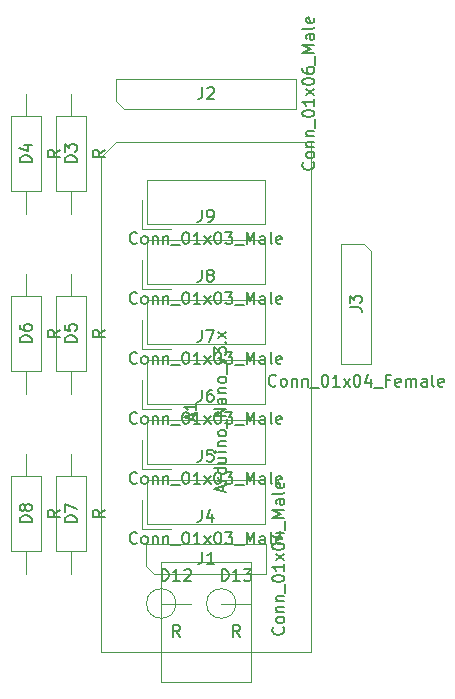
<source format=gbr>
G04 #@! TF.GenerationSoftware,KiCad,Pcbnew,(5.0.0-3-g5ebb6b6)*
G04 #@! TF.CreationDate,2019-02-02T18:47:35+01:00*
G04 #@! TF.ProjectId,tt_nano_HAT,74745F6E616E6F5F4841542E6B696361,rev?*
G04 #@! TF.SameCoordinates,Original*
G04 #@! TF.FileFunction,Other,Fab,Top*
%FSLAX46Y46*%
G04 Gerber Fmt 4.6, Leading zero omitted, Abs format (unit mm)*
G04 Created by KiCad (PCBNEW (5.0.0-3-g5ebb6b6)) date Saturday, 02. February 2019 um 18:47:35*
%MOMM*%
%LPD*%
G01*
G04 APERTURE LIST*
%ADD10C,0.100000*%
%ADD11C,0.150000*%
G04 APERTURE END LIST*
D10*
G04 #@! TO.C,A1*
X166340000Y-85365001D02*
X173960000Y-85365001D01*
X173960000Y-85365001D02*
X173960000Y-95525001D01*
X173960000Y-95525001D02*
X166340000Y-95525001D01*
X166340000Y-95525001D02*
X166340000Y-85365001D01*
X179040000Y-92985001D02*
X161260000Y-92985001D01*
X161260000Y-92985001D02*
X161260000Y-51075001D01*
X161260000Y-51075001D02*
X162530000Y-49805001D01*
X162530000Y-49805001D02*
X179040000Y-49805001D01*
X179040000Y-49805001D02*
X179040000Y-92985001D01*
G04 #@! TO.C,D4*
X154940000Y-45720000D02*
X154940000Y-47650000D01*
X154940000Y-55880000D02*
X154940000Y-53950000D01*
X153690000Y-47650000D02*
X153690000Y-53950000D01*
X156190000Y-47650000D02*
X153690000Y-47650000D01*
X156190000Y-53950000D02*
X156190000Y-47650000D01*
X153690000Y-53950000D02*
X156190000Y-53950000D01*
G04 #@! TO.C,J2*
X162560000Y-46355000D02*
X162560000Y-44450000D01*
X162560000Y-44450000D02*
X177800000Y-44450000D01*
X177800000Y-44450000D02*
X177800000Y-46990000D01*
X177800000Y-46990000D02*
X163195000Y-46990000D01*
X163195000Y-46990000D02*
X162560000Y-46355000D01*
G04 #@! TO.C,J3*
X181610000Y-58420000D02*
X183515000Y-58420000D01*
X183515000Y-58420000D02*
X184150000Y-59055000D01*
X184150000Y-59055000D02*
X184150000Y-68580000D01*
X184150000Y-68580000D02*
X181610000Y-68580000D01*
X181610000Y-68580000D02*
X181610000Y-58420000D01*
G04 #@! TO.C,J4*
X164730000Y-82620000D02*
X167230000Y-82620000D01*
X164730000Y-80120000D02*
X164730000Y-82620000D01*
X175140000Y-78410000D02*
X165140000Y-78410000D01*
X175140000Y-82210000D02*
X175140000Y-78410000D01*
X165140000Y-82210000D02*
X175140000Y-82210000D01*
X165140000Y-78410000D02*
X165140000Y-82210000D01*
G04 #@! TO.C,J5*
X165140000Y-73330000D02*
X165140000Y-77130000D01*
X165140000Y-77130000D02*
X175140000Y-77130000D01*
X175140000Y-77130000D02*
X175140000Y-73330000D01*
X175140000Y-73330000D02*
X165140000Y-73330000D01*
X164730000Y-75040000D02*
X164730000Y-77540000D01*
X164730000Y-77540000D02*
X167230000Y-77540000D01*
G04 #@! TO.C,J6*
X164730000Y-72460000D02*
X167230000Y-72460000D01*
X164730000Y-69960000D02*
X164730000Y-72460000D01*
X175140000Y-68250000D02*
X165140000Y-68250000D01*
X175140000Y-72050000D02*
X175140000Y-68250000D01*
X165140000Y-72050000D02*
X175140000Y-72050000D01*
X165140000Y-68250000D02*
X165140000Y-72050000D01*
G04 #@! TO.C,J7*
X165140000Y-63170000D02*
X165140000Y-66970000D01*
X165140000Y-66970000D02*
X175140000Y-66970000D01*
X175140000Y-66970000D02*
X175140000Y-63170000D01*
X175140000Y-63170000D02*
X165140000Y-63170000D01*
X164730000Y-64880000D02*
X164730000Y-67380000D01*
X164730000Y-67380000D02*
X167230000Y-67380000D01*
G04 #@! TO.C,J8*
X164730000Y-62300000D02*
X167230000Y-62300000D01*
X164730000Y-59800000D02*
X164730000Y-62300000D01*
X175140000Y-58090000D02*
X165140000Y-58090000D01*
X175140000Y-61890000D02*
X175140000Y-58090000D01*
X165140000Y-61890000D02*
X175140000Y-61890000D01*
X165140000Y-58090000D02*
X165140000Y-61890000D01*
G04 #@! TO.C,J9*
X165140000Y-53010000D02*
X165140000Y-56810000D01*
X165140000Y-56810000D02*
X175140000Y-56810000D01*
X175140000Y-56810000D02*
X175140000Y-53010000D01*
X175140000Y-53010000D02*
X165140000Y-53010000D01*
X164730000Y-54720000D02*
X164730000Y-57220000D01*
X164730000Y-57220000D02*
X167230000Y-57220000D01*
G04 #@! TO.C,D3*
X157500000Y-53950000D02*
X160000000Y-53950000D01*
X160000000Y-53950000D02*
X160000000Y-47650000D01*
X160000000Y-47650000D02*
X157500000Y-47650000D01*
X157500000Y-47650000D02*
X157500000Y-53950000D01*
X158750000Y-55880000D02*
X158750000Y-53950000D01*
X158750000Y-45720000D02*
X158750000Y-47650000D01*
G04 #@! TO.C,D5*
X157500000Y-69190000D02*
X160000000Y-69190000D01*
X160000000Y-69190000D02*
X160000000Y-62890000D01*
X160000000Y-62890000D02*
X157500000Y-62890000D01*
X157500000Y-62890000D02*
X157500000Y-69190000D01*
X158750000Y-71120000D02*
X158750000Y-69190000D01*
X158750000Y-60960000D02*
X158750000Y-62890000D01*
G04 #@! TO.C,D6*
X154940000Y-60960000D02*
X154940000Y-62890000D01*
X154940000Y-71120000D02*
X154940000Y-69190000D01*
X153690000Y-62890000D02*
X153690000Y-69190000D01*
X156190000Y-62890000D02*
X153690000Y-62890000D01*
X156190000Y-69190000D02*
X156190000Y-62890000D01*
X153690000Y-69190000D02*
X156190000Y-69190000D01*
G04 #@! TO.C,D7*
X157500000Y-84430000D02*
X160000000Y-84430000D01*
X160000000Y-84430000D02*
X160000000Y-78130000D01*
X160000000Y-78130000D02*
X157500000Y-78130000D01*
X157500000Y-78130000D02*
X157500000Y-84430000D01*
X158750000Y-86360000D02*
X158750000Y-84430000D01*
X158750000Y-76200000D02*
X158750000Y-78130000D01*
G04 #@! TO.C,D8*
X154940000Y-76200000D02*
X154940000Y-78130000D01*
X154940000Y-86360000D02*
X154940000Y-84430000D01*
X153690000Y-78130000D02*
X153690000Y-84430000D01*
X156190000Y-78130000D02*
X153690000Y-78130000D01*
X156190000Y-84430000D02*
X156190000Y-78130000D01*
X153690000Y-84430000D02*
X156190000Y-84430000D01*
G04 #@! TO.C,J1*
X165100000Y-85725000D02*
X165100000Y-83820000D01*
X165100000Y-83820000D02*
X175260000Y-83820000D01*
X175260000Y-83820000D02*
X175260000Y-86360000D01*
X175260000Y-86360000D02*
X165735000Y-86360000D01*
X165735000Y-86360000D02*
X165100000Y-85725000D01*
G04 #@! TO.C,D12*
X167620000Y-88900000D02*
G75*
G03X167620000Y-88900000I-1250000J0D01*
G01*
X166370000Y-88900000D02*
X168910000Y-88900000D01*
G04 #@! TO.C,D13*
X171450000Y-88900000D02*
X173990000Y-88900000D01*
X172700000Y-88900000D02*
G75*
G03X172700000Y-88900000I-1250000J0D01*
G01*
G04 #@! TD*
G04 #@! TO.C,A1*
D11*
X171586666Y-79403096D02*
X171586666Y-78926905D01*
X171872380Y-79498334D02*
X170872380Y-79165001D01*
X171872380Y-78831667D01*
X171872380Y-78498334D02*
X171205714Y-78498334D01*
X171396190Y-78498334D02*
X171300952Y-78450715D01*
X171253333Y-78403096D01*
X171205714Y-78307858D01*
X171205714Y-78212620D01*
X171872380Y-77450715D02*
X170872380Y-77450715D01*
X171824761Y-77450715D02*
X171872380Y-77545953D01*
X171872380Y-77736429D01*
X171824761Y-77831667D01*
X171777142Y-77879286D01*
X171681904Y-77926905D01*
X171396190Y-77926905D01*
X171300952Y-77879286D01*
X171253333Y-77831667D01*
X171205714Y-77736429D01*
X171205714Y-77545953D01*
X171253333Y-77450715D01*
X171205714Y-76545953D02*
X171872380Y-76545953D01*
X171205714Y-76974524D02*
X171729523Y-76974524D01*
X171824761Y-76926905D01*
X171872380Y-76831667D01*
X171872380Y-76688810D01*
X171824761Y-76593572D01*
X171777142Y-76545953D01*
X171872380Y-76069762D02*
X171205714Y-76069762D01*
X170872380Y-76069762D02*
X170920000Y-76117381D01*
X170967619Y-76069762D01*
X170920000Y-76022143D01*
X170872380Y-76069762D01*
X170967619Y-76069762D01*
X171205714Y-75593572D02*
X171872380Y-75593572D01*
X171300952Y-75593572D02*
X171253333Y-75545953D01*
X171205714Y-75450715D01*
X171205714Y-75307858D01*
X171253333Y-75212620D01*
X171348571Y-75165001D01*
X171872380Y-75165001D01*
X171872380Y-74545953D02*
X171824761Y-74641191D01*
X171777142Y-74688810D01*
X171681904Y-74736429D01*
X171396190Y-74736429D01*
X171300952Y-74688810D01*
X171253333Y-74641191D01*
X171205714Y-74545953D01*
X171205714Y-74403096D01*
X171253333Y-74307858D01*
X171300952Y-74260239D01*
X171396190Y-74212620D01*
X171681904Y-74212620D01*
X171777142Y-74260239D01*
X171824761Y-74307858D01*
X171872380Y-74403096D01*
X171872380Y-74545953D01*
X171967619Y-74022143D02*
X171967619Y-73260239D01*
X171872380Y-73022143D02*
X170872380Y-73022143D01*
X171872380Y-72450715D01*
X170872380Y-72450715D01*
X171872380Y-71545953D02*
X171348571Y-71545953D01*
X171253333Y-71593572D01*
X171205714Y-71688810D01*
X171205714Y-71879286D01*
X171253333Y-71974524D01*
X171824761Y-71545953D02*
X171872380Y-71641191D01*
X171872380Y-71879286D01*
X171824761Y-71974524D01*
X171729523Y-72022143D01*
X171634285Y-72022143D01*
X171539047Y-71974524D01*
X171491428Y-71879286D01*
X171491428Y-71641191D01*
X171443809Y-71545953D01*
X171205714Y-71069762D02*
X171872380Y-71069762D01*
X171300952Y-71069762D02*
X171253333Y-71022143D01*
X171205714Y-70926905D01*
X171205714Y-70784048D01*
X171253333Y-70688810D01*
X171348571Y-70641191D01*
X171872380Y-70641191D01*
X171872380Y-70022143D02*
X171824761Y-70117381D01*
X171777142Y-70165001D01*
X171681904Y-70212620D01*
X171396190Y-70212620D01*
X171300952Y-70165001D01*
X171253333Y-70117381D01*
X171205714Y-70022143D01*
X171205714Y-69879286D01*
X171253333Y-69784048D01*
X171300952Y-69736429D01*
X171396190Y-69688810D01*
X171681904Y-69688810D01*
X171777142Y-69736429D01*
X171824761Y-69784048D01*
X171872380Y-69879286D01*
X171872380Y-70022143D01*
X171967619Y-69498334D02*
X171967619Y-68736429D01*
X171205714Y-68593572D02*
X171872380Y-68355477D01*
X171205714Y-68117381D01*
X170872380Y-67831667D02*
X170872380Y-67212620D01*
X171253333Y-67545953D01*
X171253333Y-67403096D01*
X171300952Y-67307858D01*
X171348571Y-67260239D01*
X171443809Y-67212620D01*
X171681904Y-67212620D01*
X171777142Y-67260239D01*
X171824761Y-67307858D01*
X171872380Y-67403096D01*
X171872380Y-67688810D01*
X171824761Y-67784048D01*
X171777142Y-67831667D01*
X171777142Y-66784048D02*
X171824761Y-66736429D01*
X171872380Y-66784048D01*
X171824761Y-66831667D01*
X171777142Y-66784048D01*
X171872380Y-66784048D01*
X171872380Y-66403096D02*
X171205714Y-65879286D01*
X171205714Y-66403096D02*
X171872380Y-65879286D01*
X169046666Y-73379286D02*
X169046666Y-72903096D01*
X169332380Y-73474524D02*
X168332380Y-73141191D01*
X169332380Y-72807858D01*
X169332380Y-71950715D02*
X169332380Y-72522143D01*
X169332380Y-72236429D02*
X168332380Y-72236429D01*
X168475238Y-72331667D01*
X168570476Y-72426905D01*
X168618095Y-72522143D01*
G04 #@! TO.C,D4*
X157762380Y-50490476D02*
X157286190Y-50823809D01*
X157762380Y-51061904D02*
X156762380Y-51061904D01*
X156762380Y-50680952D01*
X156810000Y-50585714D01*
X156857619Y-50538095D01*
X156952857Y-50490476D01*
X157095714Y-50490476D01*
X157190952Y-50538095D01*
X157238571Y-50585714D01*
X157286190Y-50680952D01*
X157286190Y-51061904D01*
X155392380Y-51538095D02*
X154392380Y-51538095D01*
X154392380Y-51300000D01*
X154440000Y-51157142D01*
X154535238Y-51061904D01*
X154630476Y-51014285D01*
X154820952Y-50966666D01*
X154963809Y-50966666D01*
X155154285Y-51014285D01*
X155249523Y-51061904D01*
X155344761Y-51157142D01*
X155392380Y-51300000D01*
X155392380Y-51538095D01*
X154725714Y-50109523D02*
X155392380Y-50109523D01*
X154344761Y-50347619D02*
X155059047Y-50585714D01*
X155059047Y-49966666D01*
G04 #@! TO.C,J2*
X179217142Y-51553333D02*
X179264761Y-51600952D01*
X179312380Y-51743809D01*
X179312380Y-51839047D01*
X179264761Y-51981904D01*
X179169523Y-52077142D01*
X179074285Y-52124761D01*
X178883809Y-52172380D01*
X178740952Y-52172380D01*
X178550476Y-52124761D01*
X178455238Y-52077142D01*
X178360000Y-51981904D01*
X178312380Y-51839047D01*
X178312380Y-51743809D01*
X178360000Y-51600952D01*
X178407619Y-51553333D01*
X179312380Y-50981904D02*
X179264761Y-51077142D01*
X179217142Y-51124761D01*
X179121904Y-51172380D01*
X178836190Y-51172380D01*
X178740952Y-51124761D01*
X178693333Y-51077142D01*
X178645714Y-50981904D01*
X178645714Y-50839047D01*
X178693333Y-50743809D01*
X178740952Y-50696190D01*
X178836190Y-50648571D01*
X179121904Y-50648571D01*
X179217142Y-50696190D01*
X179264761Y-50743809D01*
X179312380Y-50839047D01*
X179312380Y-50981904D01*
X178645714Y-50220000D02*
X179312380Y-50220000D01*
X178740952Y-50220000D02*
X178693333Y-50172380D01*
X178645714Y-50077142D01*
X178645714Y-49934285D01*
X178693333Y-49839047D01*
X178788571Y-49791428D01*
X179312380Y-49791428D01*
X178645714Y-49315238D02*
X179312380Y-49315238D01*
X178740952Y-49315238D02*
X178693333Y-49267619D01*
X178645714Y-49172380D01*
X178645714Y-49029523D01*
X178693333Y-48934285D01*
X178788571Y-48886666D01*
X179312380Y-48886666D01*
X179407619Y-48648571D02*
X179407619Y-47886666D01*
X178312380Y-47458095D02*
X178312380Y-47362857D01*
X178360000Y-47267619D01*
X178407619Y-47220000D01*
X178502857Y-47172380D01*
X178693333Y-47124761D01*
X178931428Y-47124761D01*
X179121904Y-47172380D01*
X179217142Y-47220000D01*
X179264761Y-47267619D01*
X179312380Y-47362857D01*
X179312380Y-47458095D01*
X179264761Y-47553333D01*
X179217142Y-47600952D01*
X179121904Y-47648571D01*
X178931428Y-47696190D01*
X178693333Y-47696190D01*
X178502857Y-47648571D01*
X178407619Y-47600952D01*
X178360000Y-47553333D01*
X178312380Y-47458095D01*
X179312380Y-46172380D02*
X179312380Y-46743809D01*
X179312380Y-46458095D02*
X178312380Y-46458095D01*
X178455238Y-46553333D01*
X178550476Y-46648571D01*
X178598095Y-46743809D01*
X179312380Y-45839047D02*
X178645714Y-45315238D01*
X178645714Y-45839047D02*
X179312380Y-45315238D01*
X178312380Y-44743809D02*
X178312380Y-44648571D01*
X178360000Y-44553333D01*
X178407619Y-44505714D01*
X178502857Y-44458095D01*
X178693333Y-44410476D01*
X178931428Y-44410476D01*
X179121904Y-44458095D01*
X179217142Y-44505714D01*
X179264761Y-44553333D01*
X179312380Y-44648571D01*
X179312380Y-44743809D01*
X179264761Y-44839047D01*
X179217142Y-44886666D01*
X179121904Y-44934285D01*
X178931428Y-44981904D01*
X178693333Y-44981904D01*
X178502857Y-44934285D01*
X178407619Y-44886666D01*
X178360000Y-44839047D01*
X178312380Y-44743809D01*
X178312380Y-43553333D02*
X178312380Y-43743809D01*
X178360000Y-43839047D01*
X178407619Y-43886666D01*
X178550476Y-43981904D01*
X178740952Y-44029523D01*
X179121904Y-44029523D01*
X179217142Y-43981904D01*
X179264761Y-43934285D01*
X179312380Y-43839047D01*
X179312380Y-43648571D01*
X179264761Y-43553333D01*
X179217142Y-43505714D01*
X179121904Y-43458095D01*
X178883809Y-43458095D01*
X178788571Y-43505714D01*
X178740952Y-43553333D01*
X178693333Y-43648571D01*
X178693333Y-43839047D01*
X178740952Y-43934285D01*
X178788571Y-43981904D01*
X178883809Y-44029523D01*
X179407619Y-43267619D02*
X179407619Y-42505714D01*
X179312380Y-42267619D02*
X178312380Y-42267619D01*
X179026666Y-41934285D01*
X178312380Y-41600952D01*
X179312380Y-41600952D01*
X179312380Y-40696190D02*
X178788571Y-40696190D01*
X178693333Y-40743809D01*
X178645714Y-40839047D01*
X178645714Y-41029523D01*
X178693333Y-41124761D01*
X179264761Y-40696190D02*
X179312380Y-40791428D01*
X179312380Y-41029523D01*
X179264761Y-41124761D01*
X179169523Y-41172380D01*
X179074285Y-41172380D01*
X178979047Y-41124761D01*
X178931428Y-41029523D01*
X178931428Y-40791428D01*
X178883809Y-40696190D01*
X179312380Y-40077142D02*
X179264761Y-40172380D01*
X179169523Y-40220000D01*
X178312380Y-40220000D01*
X179264761Y-39315238D02*
X179312380Y-39410476D01*
X179312380Y-39600952D01*
X179264761Y-39696190D01*
X179169523Y-39743809D01*
X178788571Y-39743809D01*
X178693333Y-39696190D01*
X178645714Y-39600952D01*
X178645714Y-39410476D01*
X178693333Y-39315238D01*
X178788571Y-39267619D01*
X178883809Y-39267619D01*
X178979047Y-39743809D01*
X169846666Y-45172380D02*
X169846666Y-45886666D01*
X169799047Y-46029523D01*
X169703809Y-46124761D01*
X169560952Y-46172380D01*
X169465714Y-46172380D01*
X170275238Y-45267619D02*
X170322857Y-45220000D01*
X170418095Y-45172380D01*
X170656190Y-45172380D01*
X170751428Y-45220000D01*
X170799047Y-45267619D01*
X170846666Y-45362857D01*
X170846666Y-45458095D01*
X170799047Y-45600952D01*
X170227619Y-46172380D01*
X170846666Y-46172380D01*
G04 #@! TO.C,J3*
X176094285Y-70437142D02*
X176046666Y-70484761D01*
X175903809Y-70532380D01*
X175808571Y-70532380D01*
X175665714Y-70484761D01*
X175570476Y-70389523D01*
X175522857Y-70294285D01*
X175475238Y-70103809D01*
X175475238Y-69960952D01*
X175522857Y-69770476D01*
X175570476Y-69675238D01*
X175665714Y-69580000D01*
X175808571Y-69532380D01*
X175903809Y-69532380D01*
X176046666Y-69580000D01*
X176094285Y-69627619D01*
X176665714Y-70532380D02*
X176570476Y-70484761D01*
X176522857Y-70437142D01*
X176475238Y-70341904D01*
X176475238Y-70056190D01*
X176522857Y-69960952D01*
X176570476Y-69913333D01*
X176665714Y-69865714D01*
X176808571Y-69865714D01*
X176903809Y-69913333D01*
X176951428Y-69960952D01*
X176999047Y-70056190D01*
X176999047Y-70341904D01*
X176951428Y-70437142D01*
X176903809Y-70484761D01*
X176808571Y-70532380D01*
X176665714Y-70532380D01*
X177427619Y-69865714D02*
X177427619Y-70532380D01*
X177427619Y-69960952D02*
X177475238Y-69913333D01*
X177570476Y-69865714D01*
X177713333Y-69865714D01*
X177808571Y-69913333D01*
X177856190Y-70008571D01*
X177856190Y-70532380D01*
X178332380Y-69865714D02*
X178332380Y-70532380D01*
X178332380Y-69960952D02*
X178380000Y-69913333D01*
X178475238Y-69865714D01*
X178618095Y-69865714D01*
X178713333Y-69913333D01*
X178760952Y-70008571D01*
X178760952Y-70532380D01*
X178999047Y-70627619D02*
X179760952Y-70627619D01*
X180189523Y-69532380D02*
X180284761Y-69532380D01*
X180380000Y-69580000D01*
X180427619Y-69627619D01*
X180475238Y-69722857D01*
X180522857Y-69913333D01*
X180522857Y-70151428D01*
X180475238Y-70341904D01*
X180427619Y-70437142D01*
X180380000Y-70484761D01*
X180284761Y-70532380D01*
X180189523Y-70532380D01*
X180094285Y-70484761D01*
X180046666Y-70437142D01*
X179999047Y-70341904D01*
X179951428Y-70151428D01*
X179951428Y-69913333D01*
X179999047Y-69722857D01*
X180046666Y-69627619D01*
X180094285Y-69580000D01*
X180189523Y-69532380D01*
X181475238Y-70532380D02*
X180903809Y-70532380D01*
X181189523Y-70532380D02*
X181189523Y-69532380D01*
X181094285Y-69675238D01*
X180999047Y-69770476D01*
X180903809Y-69818095D01*
X181808571Y-70532380D02*
X182332380Y-69865714D01*
X181808571Y-69865714D02*
X182332380Y-70532380D01*
X182903809Y-69532380D02*
X182999047Y-69532380D01*
X183094285Y-69580000D01*
X183141904Y-69627619D01*
X183189523Y-69722857D01*
X183237142Y-69913333D01*
X183237142Y-70151428D01*
X183189523Y-70341904D01*
X183141904Y-70437142D01*
X183094285Y-70484761D01*
X182999047Y-70532380D01*
X182903809Y-70532380D01*
X182808571Y-70484761D01*
X182760952Y-70437142D01*
X182713333Y-70341904D01*
X182665714Y-70151428D01*
X182665714Y-69913333D01*
X182713333Y-69722857D01*
X182760952Y-69627619D01*
X182808571Y-69580000D01*
X182903809Y-69532380D01*
X184094285Y-69865714D02*
X184094285Y-70532380D01*
X183856190Y-69484761D02*
X183618095Y-70199047D01*
X184237142Y-70199047D01*
X184380000Y-70627619D02*
X185141904Y-70627619D01*
X185713333Y-70008571D02*
X185380000Y-70008571D01*
X185380000Y-70532380D02*
X185380000Y-69532380D01*
X185856190Y-69532380D01*
X186618095Y-70484761D02*
X186522857Y-70532380D01*
X186332380Y-70532380D01*
X186237142Y-70484761D01*
X186189523Y-70389523D01*
X186189523Y-70008571D01*
X186237142Y-69913333D01*
X186332380Y-69865714D01*
X186522857Y-69865714D01*
X186618095Y-69913333D01*
X186665714Y-70008571D01*
X186665714Y-70103809D01*
X186189523Y-70199047D01*
X187094285Y-70532380D02*
X187094285Y-69865714D01*
X187094285Y-69960952D02*
X187141904Y-69913333D01*
X187237142Y-69865714D01*
X187380000Y-69865714D01*
X187475238Y-69913333D01*
X187522857Y-70008571D01*
X187522857Y-70532380D01*
X187522857Y-70008571D02*
X187570476Y-69913333D01*
X187665714Y-69865714D01*
X187808571Y-69865714D01*
X187903809Y-69913333D01*
X187951428Y-70008571D01*
X187951428Y-70532380D01*
X188856190Y-70532380D02*
X188856190Y-70008571D01*
X188808571Y-69913333D01*
X188713333Y-69865714D01*
X188522857Y-69865714D01*
X188427619Y-69913333D01*
X188856190Y-70484761D02*
X188760952Y-70532380D01*
X188522857Y-70532380D01*
X188427619Y-70484761D01*
X188380000Y-70389523D01*
X188380000Y-70294285D01*
X188427619Y-70199047D01*
X188522857Y-70151428D01*
X188760952Y-70151428D01*
X188856190Y-70103809D01*
X189475238Y-70532380D02*
X189380000Y-70484761D01*
X189332380Y-70389523D01*
X189332380Y-69532380D01*
X190237142Y-70484761D02*
X190141904Y-70532380D01*
X189951428Y-70532380D01*
X189856190Y-70484761D01*
X189808571Y-70389523D01*
X189808571Y-70008571D01*
X189856190Y-69913333D01*
X189951428Y-69865714D01*
X190141904Y-69865714D01*
X190237142Y-69913333D01*
X190284761Y-70008571D01*
X190284761Y-70103809D01*
X189808571Y-70199047D01*
X182332380Y-63833333D02*
X183046666Y-63833333D01*
X183189523Y-63880952D01*
X183284761Y-63976190D01*
X183332380Y-64119047D01*
X183332380Y-64214285D01*
X182332380Y-63452380D02*
X182332380Y-62833333D01*
X182713333Y-63166666D01*
X182713333Y-63023809D01*
X182760952Y-62928571D01*
X182808571Y-62880952D01*
X182903809Y-62833333D01*
X183141904Y-62833333D01*
X183237142Y-62880952D01*
X183284761Y-62928571D01*
X183332380Y-63023809D01*
X183332380Y-63309523D01*
X183284761Y-63404761D01*
X183237142Y-63452380D01*
G04 #@! TO.C,J4*
X164306666Y-83767142D02*
X164259047Y-83814761D01*
X164116190Y-83862380D01*
X164020952Y-83862380D01*
X163878095Y-83814761D01*
X163782857Y-83719523D01*
X163735238Y-83624285D01*
X163687619Y-83433809D01*
X163687619Y-83290952D01*
X163735238Y-83100476D01*
X163782857Y-83005238D01*
X163878095Y-82910000D01*
X164020952Y-82862380D01*
X164116190Y-82862380D01*
X164259047Y-82910000D01*
X164306666Y-82957619D01*
X164878095Y-83862380D02*
X164782857Y-83814761D01*
X164735238Y-83767142D01*
X164687619Y-83671904D01*
X164687619Y-83386190D01*
X164735238Y-83290952D01*
X164782857Y-83243333D01*
X164878095Y-83195714D01*
X165020952Y-83195714D01*
X165116190Y-83243333D01*
X165163809Y-83290952D01*
X165211428Y-83386190D01*
X165211428Y-83671904D01*
X165163809Y-83767142D01*
X165116190Y-83814761D01*
X165020952Y-83862380D01*
X164878095Y-83862380D01*
X165640000Y-83195714D02*
X165640000Y-83862380D01*
X165640000Y-83290952D02*
X165687619Y-83243333D01*
X165782857Y-83195714D01*
X165925714Y-83195714D01*
X166020952Y-83243333D01*
X166068571Y-83338571D01*
X166068571Y-83862380D01*
X166544761Y-83195714D02*
X166544761Y-83862380D01*
X166544761Y-83290952D02*
X166592380Y-83243333D01*
X166687619Y-83195714D01*
X166830476Y-83195714D01*
X166925714Y-83243333D01*
X166973333Y-83338571D01*
X166973333Y-83862380D01*
X167211428Y-83957619D02*
X167973333Y-83957619D01*
X168401904Y-82862380D02*
X168497142Y-82862380D01*
X168592380Y-82910000D01*
X168640000Y-82957619D01*
X168687619Y-83052857D01*
X168735238Y-83243333D01*
X168735238Y-83481428D01*
X168687619Y-83671904D01*
X168640000Y-83767142D01*
X168592380Y-83814761D01*
X168497142Y-83862380D01*
X168401904Y-83862380D01*
X168306666Y-83814761D01*
X168259047Y-83767142D01*
X168211428Y-83671904D01*
X168163809Y-83481428D01*
X168163809Y-83243333D01*
X168211428Y-83052857D01*
X168259047Y-82957619D01*
X168306666Y-82910000D01*
X168401904Y-82862380D01*
X169687619Y-83862380D02*
X169116190Y-83862380D01*
X169401904Y-83862380D02*
X169401904Y-82862380D01*
X169306666Y-83005238D01*
X169211428Y-83100476D01*
X169116190Y-83148095D01*
X170020952Y-83862380D02*
X170544761Y-83195714D01*
X170020952Y-83195714D02*
X170544761Y-83862380D01*
X171116190Y-82862380D02*
X171211428Y-82862380D01*
X171306666Y-82910000D01*
X171354285Y-82957619D01*
X171401904Y-83052857D01*
X171449523Y-83243333D01*
X171449523Y-83481428D01*
X171401904Y-83671904D01*
X171354285Y-83767142D01*
X171306666Y-83814761D01*
X171211428Y-83862380D01*
X171116190Y-83862380D01*
X171020952Y-83814761D01*
X170973333Y-83767142D01*
X170925714Y-83671904D01*
X170878095Y-83481428D01*
X170878095Y-83243333D01*
X170925714Y-83052857D01*
X170973333Y-82957619D01*
X171020952Y-82910000D01*
X171116190Y-82862380D01*
X171782857Y-82862380D02*
X172401904Y-82862380D01*
X172068571Y-83243333D01*
X172211428Y-83243333D01*
X172306666Y-83290952D01*
X172354285Y-83338571D01*
X172401904Y-83433809D01*
X172401904Y-83671904D01*
X172354285Y-83767142D01*
X172306666Y-83814761D01*
X172211428Y-83862380D01*
X171925714Y-83862380D01*
X171830476Y-83814761D01*
X171782857Y-83767142D01*
X172592380Y-83957619D02*
X173354285Y-83957619D01*
X173592380Y-83862380D02*
X173592380Y-82862380D01*
X173925714Y-83576666D01*
X174259047Y-82862380D01*
X174259047Y-83862380D01*
X175163809Y-83862380D02*
X175163809Y-83338571D01*
X175116190Y-83243333D01*
X175020952Y-83195714D01*
X174830476Y-83195714D01*
X174735238Y-83243333D01*
X175163809Y-83814761D02*
X175068571Y-83862380D01*
X174830476Y-83862380D01*
X174735238Y-83814761D01*
X174687619Y-83719523D01*
X174687619Y-83624285D01*
X174735238Y-83529047D01*
X174830476Y-83481428D01*
X175068571Y-83481428D01*
X175163809Y-83433809D01*
X175782857Y-83862380D02*
X175687619Y-83814761D01*
X175640000Y-83719523D01*
X175640000Y-82862380D01*
X176544761Y-83814761D02*
X176449523Y-83862380D01*
X176259047Y-83862380D01*
X176163809Y-83814761D01*
X176116190Y-83719523D01*
X176116190Y-83338571D01*
X176163809Y-83243333D01*
X176259047Y-83195714D01*
X176449523Y-83195714D01*
X176544761Y-83243333D01*
X176592380Y-83338571D01*
X176592380Y-83433809D01*
X176116190Y-83529047D01*
X169806666Y-80962380D02*
X169806666Y-81676666D01*
X169759047Y-81819523D01*
X169663809Y-81914761D01*
X169520952Y-81962380D01*
X169425714Y-81962380D01*
X170711428Y-81295714D02*
X170711428Y-81962380D01*
X170473333Y-80914761D02*
X170235238Y-81629047D01*
X170854285Y-81629047D01*
G04 #@! TO.C,J5*
X164306666Y-78687142D02*
X164259047Y-78734761D01*
X164116190Y-78782380D01*
X164020952Y-78782380D01*
X163878095Y-78734761D01*
X163782857Y-78639523D01*
X163735238Y-78544285D01*
X163687619Y-78353809D01*
X163687619Y-78210952D01*
X163735238Y-78020476D01*
X163782857Y-77925238D01*
X163878095Y-77830000D01*
X164020952Y-77782380D01*
X164116190Y-77782380D01*
X164259047Y-77830000D01*
X164306666Y-77877619D01*
X164878095Y-78782380D02*
X164782857Y-78734761D01*
X164735238Y-78687142D01*
X164687619Y-78591904D01*
X164687619Y-78306190D01*
X164735238Y-78210952D01*
X164782857Y-78163333D01*
X164878095Y-78115714D01*
X165020952Y-78115714D01*
X165116190Y-78163333D01*
X165163809Y-78210952D01*
X165211428Y-78306190D01*
X165211428Y-78591904D01*
X165163809Y-78687142D01*
X165116190Y-78734761D01*
X165020952Y-78782380D01*
X164878095Y-78782380D01*
X165640000Y-78115714D02*
X165640000Y-78782380D01*
X165640000Y-78210952D02*
X165687619Y-78163333D01*
X165782857Y-78115714D01*
X165925714Y-78115714D01*
X166020952Y-78163333D01*
X166068571Y-78258571D01*
X166068571Y-78782380D01*
X166544761Y-78115714D02*
X166544761Y-78782380D01*
X166544761Y-78210952D02*
X166592380Y-78163333D01*
X166687619Y-78115714D01*
X166830476Y-78115714D01*
X166925714Y-78163333D01*
X166973333Y-78258571D01*
X166973333Y-78782380D01*
X167211428Y-78877619D02*
X167973333Y-78877619D01*
X168401904Y-77782380D02*
X168497142Y-77782380D01*
X168592380Y-77830000D01*
X168640000Y-77877619D01*
X168687619Y-77972857D01*
X168735238Y-78163333D01*
X168735238Y-78401428D01*
X168687619Y-78591904D01*
X168640000Y-78687142D01*
X168592380Y-78734761D01*
X168497142Y-78782380D01*
X168401904Y-78782380D01*
X168306666Y-78734761D01*
X168259047Y-78687142D01*
X168211428Y-78591904D01*
X168163809Y-78401428D01*
X168163809Y-78163333D01*
X168211428Y-77972857D01*
X168259047Y-77877619D01*
X168306666Y-77830000D01*
X168401904Y-77782380D01*
X169687619Y-78782380D02*
X169116190Y-78782380D01*
X169401904Y-78782380D02*
X169401904Y-77782380D01*
X169306666Y-77925238D01*
X169211428Y-78020476D01*
X169116190Y-78068095D01*
X170020952Y-78782380D02*
X170544761Y-78115714D01*
X170020952Y-78115714D02*
X170544761Y-78782380D01*
X171116190Y-77782380D02*
X171211428Y-77782380D01*
X171306666Y-77830000D01*
X171354285Y-77877619D01*
X171401904Y-77972857D01*
X171449523Y-78163333D01*
X171449523Y-78401428D01*
X171401904Y-78591904D01*
X171354285Y-78687142D01*
X171306666Y-78734761D01*
X171211428Y-78782380D01*
X171116190Y-78782380D01*
X171020952Y-78734761D01*
X170973333Y-78687142D01*
X170925714Y-78591904D01*
X170878095Y-78401428D01*
X170878095Y-78163333D01*
X170925714Y-77972857D01*
X170973333Y-77877619D01*
X171020952Y-77830000D01*
X171116190Y-77782380D01*
X171782857Y-77782380D02*
X172401904Y-77782380D01*
X172068571Y-78163333D01*
X172211428Y-78163333D01*
X172306666Y-78210952D01*
X172354285Y-78258571D01*
X172401904Y-78353809D01*
X172401904Y-78591904D01*
X172354285Y-78687142D01*
X172306666Y-78734761D01*
X172211428Y-78782380D01*
X171925714Y-78782380D01*
X171830476Y-78734761D01*
X171782857Y-78687142D01*
X172592380Y-78877619D02*
X173354285Y-78877619D01*
X173592380Y-78782380D02*
X173592380Y-77782380D01*
X173925714Y-78496666D01*
X174259047Y-77782380D01*
X174259047Y-78782380D01*
X175163809Y-78782380D02*
X175163809Y-78258571D01*
X175116190Y-78163333D01*
X175020952Y-78115714D01*
X174830476Y-78115714D01*
X174735238Y-78163333D01*
X175163809Y-78734761D02*
X175068571Y-78782380D01*
X174830476Y-78782380D01*
X174735238Y-78734761D01*
X174687619Y-78639523D01*
X174687619Y-78544285D01*
X174735238Y-78449047D01*
X174830476Y-78401428D01*
X175068571Y-78401428D01*
X175163809Y-78353809D01*
X175782857Y-78782380D02*
X175687619Y-78734761D01*
X175640000Y-78639523D01*
X175640000Y-77782380D01*
X176544761Y-78734761D02*
X176449523Y-78782380D01*
X176259047Y-78782380D01*
X176163809Y-78734761D01*
X176116190Y-78639523D01*
X176116190Y-78258571D01*
X176163809Y-78163333D01*
X176259047Y-78115714D01*
X176449523Y-78115714D01*
X176544761Y-78163333D01*
X176592380Y-78258571D01*
X176592380Y-78353809D01*
X176116190Y-78449047D01*
X169806666Y-75882380D02*
X169806666Y-76596666D01*
X169759047Y-76739523D01*
X169663809Y-76834761D01*
X169520952Y-76882380D01*
X169425714Y-76882380D01*
X170759047Y-75882380D02*
X170282857Y-75882380D01*
X170235238Y-76358571D01*
X170282857Y-76310952D01*
X170378095Y-76263333D01*
X170616190Y-76263333D01*
X170711428Y-76310952D01*
X170759047Y-76358571D01*
X170806666Y-76453809D01*
X170806666Y-76691904D01*
X170759047Y-76787142D01*
X170711428Y-76834761D01*
X170616190Y-76882380D01*
X170378095Y-76882380D01*
X170282857Y-76834761D01*
X170235238Y-76787142D01*
G04 #@! TO.C,J6*
X164306666Y-73607142D02*
X164259047Y-73654761D01*
X164116190Y-73702380D01*
X164020952Y-73702380D01*
X163878095Y-73654761D01*
X163782857Y-73559523D01*
X163735238Y-73464285D01*
X163687619Y-73273809D01*
X163687619Y-73130952D01*
X163735238Y-72940476D01*
X163782857Y-72845238D01*
X163878095Y-72750000D01*
X164020952Y-72702380D01*
X164116190Y-72702380D01*
X164259047Y-72750000D01*
X164306666Y-72797619D01*
X164878095Y-73702380D02*
X164782857Y-73654761D01*
X164735238Y-73607142D01*
X164687619Y-73511904D01*
X164687619Y-73226190D01*
X164735238Y-73130952D01*
X164782857Y-73083333D01*
X164878095Y-73035714D01*
X165020952Y-73035714D01*
X165116190Y-73083333D01*
X165163809Y-73130952D01*
X165211428Y-73226190D01*
X165211428Y-73511904D01*
X165163809Y-73607142D01*
X165116190Y-73654761D01*
X165020952Y-73702380D01*
X164878095Y-73702380D01*
X165640000Y-73035714D02*
X165640000Y-73702380D01*
X165640000Y-73130952D02*
X165687619Y-73083333D01*
X165782857Y-73035714D01*
X165925714Y-73035714D01*
X166020952Y-73083333D01*
X166068571Y-73178571D01*
X166068571Y-73702380D01*
X166544761Y-73035714D02*
X166544761Y-73702380D01*
X166544761Y-73130952D02*
X166592380Y-73083333D01*
X166687619Y-73035714D01*
X166830476Y-73035714D01*
X166925714Y-73083333D01*
X166973333Y-73178571D01*
X166973333Y-73702380D01*
X167211428Y-73797619D02*
X167973333Y-73797619D01*
X168401904Y-72702380D02*
X168497142Y-72702380D01*
X168592380Y-72750000D01*
X168640000Y-72797619D01*
X168687619Y-72892857D01*
X168735238Y-73083333D01*
X168735238Y-73321428D01*
X168687619Y-73511904D01*
X168640000Y-73607142D01*
X168592380Y-73654761D01*
X168497142Y-73702380D01*
X168401904Y-73702380D01*
X168306666Y-73654761D01*
X168259047Y-73607142D01*
X168211428Y-73511904D01*
X168163809Y-73321428D01*
X168163809Y-73083333D01*
X168211428Y-72892857D01*
X168259047Y-72797619D01*
X168306666Y-72750000D01*
X168401904Y-72702380D01*
X169687619Y-73702380D02*
X169116190Y-73702380D01*
X169401904Y-73702380D02*
X169401904Y-72702380D01*
X169306666Y-72845238D01*
X169211428Y-72940476D01*
X169116190Y-72988095D01*
X170020952Y-73702380D02*
X170544761Y-73035714D01*
X170020952Y-73035714D02*
X170544761Y-73702380D01*
X171116190Y-72702380D02*
X171211428Y-72702380D01*
X171306666Y-72750000D01*
X171354285Y-72797619D01*
X171401904Y-72892857D01*
X171449523Y-73083333D01*
X171449523Y-73321428D01*
X171401904Y-73511904D01*
X171354285Y-73607142D01*
X171306666Y-73654761D01*
X171211428Y-73702380D01*
X171116190Y-73702380D01*
X171020952Y-73654761D01*
X170973333Y-73607142D01*
X170925714Y-73511904D01*
X170878095Y-73321428D01*
X170878095Y-73083333D01*
X170925714Y-72892857D01*
X170973333Y-72797619D01*
X171020952Y-72750000D01*
X171116190Y-72702380D01*
X171782857Y-72702380D02*
X172401904Y-72702380D01*
X172068571Y-73083333D01*
X172211428Y-73083333D01*
X172306666Y-73130952D01*
X172354285Y-73178571D01*
X172401904Y-73273809D01*
X172401904Y-73511904D01*
X172354285Y-73607142D01*
X172306666Y-73654761D01*
X172211428Y-73702380D01*
X171925714Y-73702380D01*
X171830476Y-73654761D01*
X171782857Y-73607142D01*
X172592380Y-73797619D02*
X173354285Y-73797619D01*
X173592380Y-73702380D02*
X173592380Y-72702380D01*
X173925714Y-73416666D01*
X174259047Y-72702380D01*
X174259047Y-73702380D01*
X175163809Y-73702380D02*
X175163809Y-73178571D01*
X175116190Y-73083333D01*
X175020952Y-73035714D01*
X174830476Y-73035714D01*
X174735238Y-73083333D01*
X175163809Y-73654761D02*
X175068571Y-73702380D01*
X174830476Y-73702380D01*
X174735238Y-73654761D01*
X174687619Y-73559523D01*
X174687619Y-73464285D01*
X174735238Y-73369047D01*
X174830476Y-73321428D01*
X175068571Y-73321428D01*
X175163809Y-73273809D01*
X175782857Y-73702380D02*
X175687619Y-73654761D01*
X175640000Y-73559523D01*
X175640000Y-72702380D01*
X176544761Y-73654761D02*
X176449523Y-73702380D01*
X176259047Y-73702380D01*
X176163809Y-73654761D01*
X176116190Y-73559523D01*
X176116190Y-73178571D01*
X176163809Y-73083333D01*
X176259047Y-73035714D01*
X176449523Y-73035714D01*
X176544761Y-73083333D01*
X176592380Y-73178571D01*
X176592380Y-73273809D01*
X176116190Y-73369047D01*
X169806666Y-70802380D02*
X169806666Y-71516666D01*
X169759047Y-71659523D01*
X169663809Y-71754761D01*
X169520952Y-71802380D01*
X169425714Y-71802380D01*
X170711428Y-70802380D02*
X170520952Y-70802380D01*
X170425714Y-70850000D01*
X170378095Y-70897619D01*
X170282857Y-71040476D01*
X170235238Y-71230952D01*
X170235238Y-71611904D01*
X170282857Y-71707142D01*
X170330476Y-71754761D01*
X170425714Y-71802380D01*
X170616190Y-71802380D01*
X170711428Y-71754761D01*
X170759047Y-71707142D01*
X170806666Y-71611904D01*
X170806666Y-71373809D01*
X170759047Y-71278571D01*
X170711428Y-71230952D01*
X170616190Y-71183333D01*
X170425714Y-71183333D01*
X170330476Y-71230952D01*
X170282857Y-71278571D01*
X170235238Y-71373809D01*
G04 #@! TO.C,J7*
X164306666Y-68527142D02*
X164259047Y-68574761D01*
X164116190Y-68622380D01*
X164020952Y-68622380D01*
X163878095Y-68574761D01*
X163782857Y-68479523D01*
X163735238Y-68384285D01*
X163687619Y-68193809D01*
X163687619Y-68050952D01*
X163735238Y-67860476D01*
X163782857Y-67765238D01*
X163878095Y-67670000D01*
X164020952Y-67622380D01*
X164116190Y-67622380D01*
X164259047Y-67670000D01*
X164306666Y-67717619D01*
X164878095Y-68622380D02*
X164782857Y-68574761D01*
X164735238Y-68527142D01*
X164687619Y-68431904D01*
X164687619Y-68146190D01*
X164735238Y-68050952D01*
X164782857Y-68003333D01*
X164878095Y-67955714D01*
X165020952Y-67955714D01*
X165116190Y-68003333D01*
X165163809Y-68050952D01*
X165211428Y-68146190D01*
X165211428Y-68431904D01*
X165163809Y-68527142D01*
X165116190Y-68574761D01*
X165020952Y-68622380D01*
X164878095Y-68622380D01*
X165640000Y-67955714D02*
X165640000Y-68622380D01*
X165640000Y-68050952D02*
X165687619Y-68003333D01*
X165782857Y-67955714D01*
X165925714Y-67955714D01*
X166020952Y-68003333D01*
X166068571Y-68098571D01*
X166068571Y-68622380D01*
X166544761Y-67955714D02*
X166544761Y-68622380D01*
X166544761Y-68050952D02*
X166592380Y-68003333D01*
X166687619Y-67955714D01*
X166830476Y-67955714D01*
X166925714Y-68003333D01*
X166973333Y-68098571D01*
X166973333Y-68622380D01*
X167211428Y-68717619D02*
X167973333Y-68717619D01*
X168401904Y-67622380D02*
X168497142Y-67622380D01*
X168592380Y-67670000D01*
X168640000Y-67717619D01*
X168687619Y-67812857D01*
X168735238Y-68003333D01*
X168735238Y-68241428D01*
X168687619Y-68431904D01*
X168640000Y-68527142D01*
X168592380Y-68574761D01*
X168497142Y-68622380D01*
X168401904Y-68622380D01*
X168306666Y-68574761D01*
X168259047Y-68527142D01*
X168211428Y-68431904D01*
X168163809Y-68241428D01*
X168163809Y-68003333D01*
X168211428Y-67812857D01*
X168259047Y-67717619D01*
X168306666Y-67670000D01*
X168401904Y-67622380D01*
X169687619Y-68622380D02*
X169116190Y-68622380D01*
X169401904Y-68622380D02*
X169401904Y-67622380D01*
X169306666Y-67765238D01*
X169211428Y-67860476D01*
X169116190Y-67908095D01*
X170020952Y-68622380D02*
X170544761Y-67955714D01*
X170020952Y-67955714D02*
X170544761Y-68622380D01*
X171116190Y-67622380D02*
X171211428Y-67622380D01*
X171306666Y-67670000D01*
X171354285Y-67717619D01*
X171401904Y-67812857D01*
X171449523Y-68003333D01*
X171449523Y-68241428D01*
X171401904Y-68431904D01*
X171354285Y-68527142D01*
X171306666Y-68574761D01*
X171211428Y-68622380D01*
X171116190Y-68622380D01*
X171020952Y-68574761D01*
X170973333Y-68527142D01*
X170925714Y-68431904D01*
X170878095Y-68241428D01*
X170878095Y-68003333D01*
X170925714Y-67812857D01*
X170973333Y-67717619D01*
X171020952Y-67670000D01*
X171116190Y-67622380D01*
X171782857Y-67622380D02*
X172401904Y-67622380D01*
X172068571Y-68003333D01*
X172211428Y-68003333D01*
X172306666Y-68050952D01*
X172354285Y-68098571D01*
X172401904Y-68193809D01*
X172401904Y-68431904D01*
X172354285Y-68527142D01*
X172306666Y-68574761D01*
X172211428Y-68622380D01*
X171925714Y-68622380D01*
X171830476Y-68574761D01*
X171782857Y-68527142D01*
X172592380Y-68717619D02*
X173354285Y-68717619D01*
X173592380Y-68622380D02*
X173592380Y-67622380D01*
X173925714Y-68336666D01*
X174259047Y-67622380D01*
X174259047Y-68622380D01*
X175163809Y-68622380D02*
X175163809Y-68098571D01*
X175116190Y-68003333D01*
X175020952Y-67955714D01*
X174830476Y-67955714D01*
X174735238Y-68003333D01*
X175163809Y-68574761D02*
X175068571Y-68622380D01*
X174830476Y-68622380D01*
X174735238Y-68574761D01*
X174687619Y-68479523D01*
X174687619Y-68384285D01*
X174735238Y-68289047D01*
X174830476Y-68241428D01*
X175068571Y-68241428D01*
X175163809Y-68193809D01*
X175782857Y-68622380D02*
X175687619Y-68574761D01*
X175640000Y-68479523D01*
X175640000Y-67622380D01*
X176544761Y-68574761D02*
X176449523Y-68622380D01*
X176259047Y-68622380D01*
X176163809Y-68574761D01*
X176116190Y-68479523D01*
X176116190Y-68098571D01*
X176163809Y-68003333D01*
X176259047Y-67955714D01*
X176449523Y-67955714D01*
X176544761Y-68003333D01*
X176592380Y-68098571D01*
X176592380Y-68193809D01*
X176116190Y-68289047D01*
X169806666Y-65722380D02*
X169806666Y-66436666D01*
X169759047Y-66579523D01*
X169663809Y-66674761D01*
X169520952Y-66722380D01*
X169425714Y-66722380D01*
X170187619Y-65722380D02*
X170854285Y-65722380D01*
X170425714Y-66722380D01*
G04 #@! TO.C,J8*
X164306666Y-63447142D02*
X164259047Y-63494761D01*
X164116190Y-63542380D01*
X164020952Y-63542380D01*
X163878095Y-63494761D01*
X163782857Y-63399523D01*
X163735238Y-63304285D01*
X163687619Y-63113809D01*
X163687619Y-62970952D01*
X163735238Y-62780476D01*
X163782857Y-62685238D01*
X163878095Y-62590000D01*
X164020952Y-62542380D01*
X164116190Y-62542380D01*
X164259047Y-62590000D01*
X164306666Y-62637619D01*
X164878095Y-63542380D02*
X164782857Y-63494761D01*
X164735238Y-63447142D01*
X164687619Y-63351904D01*
X164687619Y-63066190D01*
X164735238Y-62970952D01*
X164782857Y-62923333D01*
X164878095Y-62875714D01*
X165020952Y-62875714D01*
X165116190Y-62923333D01*
X165163809Y-62970952D01*
X165211428Y-63066190D01*
X165211428Y-63351904D01*
X165163809Y-63447142D01*
X165116190Y-63494761D01*
X165020952Y-63542380D01*
X164878095Y-63542380D01*
X165640000Y-62875714D02*
X165640000Y-63542380D01*
X165640000Y-62970952D02*
X165687619Y-62923333D01*
X165782857Y-62875714D01*
X165925714Y-62875714D01*
X166020952Y-62923333D01*
X166068571Y-63018571D01*
X166068571Y-63542380D01*
X166544761Y-62875714D02*
X166544761Y-63542380D01*
X166544761Y-62970952D02*
X166592380Y-62923333D01*
X166687619Y-62875714D01*
X166830476Y-62875714D01*
X166925714Y-62923333D01*
X166973333Y-63018571D01*
X166973333Y-63542380D01*
X167211428Y-63637619D02*
X167973333Y-63637619D01*
X168401904Y-62542380D02*
X168497142Y-62542380D01*
X168592380Y-62590000D01*
X168640000Y-62637619D01*
X168687619Y-62732857D01*
X168735238Y-62923333D01*
X168735238Y-63161428D01*
X168687619Y-63351904D01*
X168640000Y-63447142D01*
X168592380Y-63494761D01*
X168497142Y-63542380D01*
X168401904Y-63542380D01*
X168306666Y-63494761D01*
X168259047Y-63447142D01*
X168211428Y-63351904D01*
X168163809Y-63161428D01*
X168163809Y-62923333D01*
X168211428Y-62732857D01*
X168259047Y-62637619D01*
X168306666Y-62590000D01*
X168401904Y-62542380D01*
X169687619Y-63542380D02*
X169116190Y-63542380D01*
X169401904Y-63542380D02*
X169401904Y-62542380D01*
X169306666Y-62685238D01*
X169211428Y-62780476D01*
X169116190Y-62828095D01*
X170020952Y-63542380D02*
X170544761Y-62875714D01*
X170020952Y-62875714D02*
X170544761Y-63542380D01*
X171116190Y-62542380D02*
X171211428Y-62542380D01*
X171306666Y-62590000D01*
X171354285Y-62637619D01*
X171401904Y-62732857D01*
X171449523Y-62923333D01*
X171449523Y-63161428D01*
X171401904Y-63351904D01*
X171354285Y-63447142D01*
X171306666Y-63494761D01*
X171211428Y-63542380D01*
X171116190Y-63542380D01*
X171020952Y-63494761D01*
X170973333Y-63447142D01*
X170925714Y-63351904D01*
X170878095Y-63161428D01*
X170878095Y-62923333D01*
X170925714Y-62732857D01*
X170973333Y-62637619D01*
X171020952Y-62590000D01*
X171116190Y-62542380D01*
X171782857Y-62542380D02*
X172401904Y-62542380D01*
X172068571Y-62923333D01*
X172211428Y-62923333D01*
X172306666Y-62970952D01*
X172354285Y-63018571D01*
X172401904Y-63113809D01*
X172401904Y-63351904D01*
X172354285Y-63447142D01*
X172306666Y-63494761D01*
X172211428Y-63542380D01*
X171925714Y-63542380D01*
X171830476Y-63494761D01*
X171782857Y-63447142D01*
X172592380Y-63637619D02*
X173354285Y-63637619D01*
X173592380Y-63542380D02*
X173592380Y-62542380D01*
X173925714Y-63256666D01*
X174259047Y-62542380D01*
X174259047Y-63542380D01*
X175163809Y-63542380D02*
X175163809Y-63018571D01*
X175116190Y-62923333D01*
X175020952Y-62875714D01*
X174830476Y-62875714D01*
X174735238Y-62923333D01*
X175163809Y-63494761D02*
X175068571Y-63542380D01*
X174830476Y-63542380D01*
X174735238Y-63494761D01*
X174687619Y-63399523D01*
X174687619Y-63304285D01*
X174735238Y-63209047D01*
X174830476Y-63161428D01*
X175068571Y-63161428D01*
X175163809Y-63113809D01*
X175782857Y-63542380D02*
X175687619Y-63494761D01*
X175640000Y-63399523D01*
X175640000Y-62542380D01*
X176544761Y-63494761D02*
X176449523Y-63542380D01*
X176259047Y-63542380D01*
X176163809Y-63494761D01*
X176116190Y-63399523D01*
X176116190Y-63018571D01*
X176163809Y-62923333D01*
X176259047Y-62875714D01*
X176449523Y-62875714D01*
X176544761Y-62923333D01*
X176592380Y-63018571D01*
X176592380Y-63113809D01*
X176116190Y-63209047D01*
X169806666Y-60642380D02*
X169806666Y-61356666D01*
X169759047Y-61499523D01*
X169663809Y-61594761D01*
X169520952Y-61642380D01*
X169425714Y-61642380D01*
X170425714Y-61070952D02*
X170330476Y-61023333D01*
X170282857Y-60975714D01*
X170235238Y-60880476D01*
X170235238Y-60832857D01*
X170282857Y-60737619D01*
X170330476Y-60690000D01*
X170425714Y-60642380D01*
X170616190Y-60642380D01*
X170711428Y-60690000D01*
X170759047Y-60737619D01*
X170806666Y-60832857D01*
X170806666Y-60880476D01*
X170759047Y-60975714D01*
X170711428Y-61023333D01*
X170616190Y-61070952D01*
X170425714Y-61070952D01*
X170330476Y-61118571D01*
X170282857Y-61166190D01*
X170235238Y-61261428D01*
X170235238Y-61451904D01*
X170282857Y-61547142D01*
X170330476Y-61594761D01*
X170425714Y-61642380D01*
X170616190Y-61642380D01*
X170711428Y-61594761D01*
X170759047Y-61547142D01*
X170806666Y-61451904D01*
X170806666Y-61261428D01*
X170759047Y-61166190D01*
X170711428Y-61118571D01*
X170616190Y-61070952D01*
G04 #@! TO.C,J9*
X164306666Y-58367142D02*
X164259047Y-58414761D01*
X164116190Y-58462380D01*
X164020952Y-58462380D01*
X163878095Y-58414761D01*
X163782857Y-58319523D01*
X163735238Y-58224285D01*
X163687619Y-58033809D01*
X163687619Y-57890952D01*
X163735238Y-57700476D01*
X163782857Y-57605238D01*
X163878095Y-57510000D01*
X164020952Y-57462380D01*
X164116190Y-57462380D01*
X164259047Y-57510000D01*
X164306666Y-57557619D01*
X164878095Y-58462380D02*
X164782857Y-58414761D01*
X164735238Y-58367142D01*
X164687619Y-58271904D01*
X164687619Y-57986190D01*
X164735238Y-57890952D01*
X164782857Y-57843333D01*
X164878095Y-57795714D01*
X165020952Y-57795714D01*
X165116190Y-57843333D01*
X165163809Y-57890952D01*
X165211428Y-57986190D01*
X165211428Y-58271904D01*
X165163809Y-58367142D01*
X165116190Y-58414761D01*
X165020952Y-58462380D01*
X164878095Y-58462380D01*
X165640000Y-57795714D02*
X165640000Y-58462380D01*
X165640000Y-57890952D02*
X165687619Y-57843333D01*
X165782857Y-57795714D01*
X165925714Y-57795714D01*
X166020952Y-57843333D01*
X166068571Y-57938571D01*
X166068571Y-58462380D01*
X166544761Y-57795714D02*
X166544761Y-58462380D01*
X166544761Y-57890952D02*
X166592380Y-57843333D01*
X166687619Y-57795714D01*
X166830476Y-57795714D01*
X166925714Y-57843333D01*
X166973333Y-57938571D01*
X166973333Y-58462380D01*
X167211428Y-58557619D02*
X167973333Y-58557619D01*
X168401904Y-57462380D02*
X168497142Y-57462380D01*
X168592380Y-57510000D01*
X168640000Y-57557619D01*
X168687619Y-57652857D01*
X168735238Y-57843333D01*
X168735238Y-58081428D01*
X168687619Y-58271904D01*
X168640000Y-58367142D01*
X168592380Y-58414761D01*
X168497142Y-58462380D01*
X168401904Y-58462380D01*
X168306666Y-58414761D01*
X168259047Y-58367142D01*
X168211428Y-58271904D01*
X168163809Y-58081428D01*
X168163809Y-57843333D01*
X168211428Y-57652857D01*
X168259047Y-57557619D01*
X168306666Y-57510000D01*
X168401904Y-57462380D01*
X169687619Y-58462380D02*
X169116190Y-58462380D01*
X169401904Y-58462380D02*
X169401904Y-57462380D01*
X169306666Y-57605238D01*
X169211428Y-57700476D01*
X169116190Y-57748095D01*
X170020952Y-58462380D02*
X170544761Y-57795714D01*
X170020952Y-57795714D02*
X170544761Y-58462380D01*
X171116190Y-57462380D02*
X171211428Y-57462380D01*
X171306666Y-57510000D01*
X171354285Y-57557619D01*
X171401904Y-57652857D01*
X171449523Y-57843333D01*
X171449523Y-58081428D01*
X171401904Y-58271904D01*
X171354285Y-58367142D01*
X171306666Y-58414761D01*
X171211428Y-58462380D01*
X171116190Y-58462380D01*
X171020952Y-58414761D01*
X170973333Y-58367142D01*
X170925714Y-58271904D01*
X170878095Y-58081428D01*
X170878095Y-57843333D01*
X170925714Y-57652857D01*
X170973333Y-57557619D01*
X171020952Y-57510000D01*
X171116190Y-57462380D01*
X171782857Y-57462380D02*
X172401904Y-57462380D01*
X172068571Y-57843333D01*
X172211428Y-57843333D01*
X172306666Y-57890952D01*
X172354285Y-57938571D01*
X172401904Y-58033809D01*
X172401904Y-58271904D01*
X172354285Y-58367142D01*
X172306666Y-58414761D01*
X172211428Y-58462380D01*
X171925714Y-58462380D01*
X171830476Y-58414761D01*
X171782857Y-58367142D01*
X172592380Y-58557619D02*
X173354285Y-58557619D01*
X173592380Y-58462380D02*
X173592380Y-57462380D01*
X173925714Y-58176666D01*
X174259047Y-57462380D01*
X174259047Y-58462380D01*
X175163809Y-58462380D02*
X175163809Y-57938571D01*
X175116190Y-57843333D01*
X175020952Y-57795714D01*
X174830476Y-57795714D01*
X174735238Y-57843333D01*
X175163809Y-58414761D02*
X175068571Y-58462380D01*
X174830476Y-58462380D01*
X174735238Y-58414761D01*
X174687619Y-58319523D01*
X174687619Y-58224285D01*
X174735238Y-58129047D01*
X174830476Y-58081428D01*
X175068571Y-58081428D01*
X175163809Y-58033809D01*
X175782857Y-58462380D02*
X175687619Y-58414761D01*
X175640000Y-58319523D01*
X175640000Y-57462380D01*
X176544761Y-58414761D02*
X176449523Y-58462380D01*
X176259047Y-58462380D01*
X176163809Y-58414761D01*
X176116190Y-58319523D01*
X176116190Y-57938571D01*
X176163809Y-57843333D01*
X176259047Y-57795714D01*
X176449523Y-57795714D01*
X176544761Y-57843333D01*
X176592380Y-57938571D01*
X176592380Y-58033809D01*
X176116190Y-58129047D01*
X169806666Y-55562380D02*
X169806666Y-56276666D01*
X169759047Y-56419523D01*
X169663809Y-56514761D01*
X169520952Y-56562380D01*
X169425714Y-56562380D01*
X170330476Y-56562380D02*
X170520952Y-56562380D01*
X170616190Y-56514761D01*
X170663809Y-56467142D01*
X170759047Y-56324285D01*
X170806666Y-56133809D01*
X170806666Y-55752857D01*
X170759047Y-55657619D01*
X170711428Y-55610000D01*
X170616190Y-55562380D01*
X170425714Y-55562380D01*
X170330476Y-55610000D01*
X170282857Y-55657619D01*
X170235238Y-55752857D01*
X170235238Y-55990952D01*
X170282857Y-56086190D01*
X170330476Y-56133809D01*
X170425714Y-56181428D01*
X170616190Y-56181428D01*
X170711428Y-56133809D01*
X170759047Y-56086190D01*
X170806666Y-55990952D01*
G04 #@! TO.C,D3*
X161572380Y-50490476D02*
X161096190Y-50823809D01*
X161572380Y-51061904D02*
X160572380Y-51061904D01*
X160572380Y-50680952D01*
X160620000Y-50585714D01*
X160667619Y-50538095D01*
X160762857Y-50490476D01*
X160905714Y-50490476D01*
X161000952Y-50538095D01*
X161048571Y-50585714D01*
X161096190Y-50680952D01*
X161096190Y-51061904D01*
X159202380Y-51538095D02*
X158202380Y-51538095D01*
X158202380Y-51300000D01*
X158250000Y-51157142D01*
X158345238Y-51061904D01*
X158440476Y-51014285D01*
X158630952Y-50966666D01*
X158773809Y-50966666D01*
X158964285Y-51014285D01*
X159059523Y-51061904D01*
X159154761Y-51157142D01*
X159202380Y-51300000D01*
X159202380Y-51538095D01*
X158202380Y-50633333D02*
X158202380Y-50014285D01*
X158583333Y-50347619D01*
X158583333Y-50204761D01*
X158630952Y-50109523D01*
X158678571Y-50061904D01*
X158773809Y-50014285D01*
X159011904Y-50014285D01*
X159107142Y-50061904D01*
X159154761Y-50109523D01*
X159202380Y-50204761D01*
X159202380Y-50490476D01*
X159154761Y-50585714D01*
X159107142Y-50633333D01*
G04 #@! TO.C,D5*
X161572380Y-65730476D02*
X161096190Y-66063809D01*
X161572380Y-66301904D02*
X160572380Y-66301904D01*
X160572380Y-65920952D01*
X160620000Y-65825714D01*
X160667619Y-65778095D01*
X160762857Y-65730476D01*
X160905714Y-65730476D01*
X161000952Y-65778095D01*
X161048571Y-65825714D01*
X161096190Y-65920952D01*
X161096190Y-66301904D01*
X159202380Y-66778095D02*
X158202380Y-66778095D01*
X158202380Y-66540000D01*
X158250000Y-66397142D01*
X158345238Y-66301904D01*
X158440476Y-66254285D01*
X158630952Y-66206666D01*
X158773809Y-66206666D01*
X158964285Y-66254285D01*
X159059523Y-66301904D01*
X159154761Y-66397142D01*
X159202380Y-66540000D01*
X159202380Y-66778095D01*
X158202380Y-65301904D02*
X158202380Y-65778095D01*
X158678571Y-65825714D01*
X158630952Y-65778095D01*
X158583333Y-65682857D01*
X158583333Y-65444761D01*
X158630952Y-65349523D01*
X158678571Y-65301904D01*
X158773809Y-65254285D01*
X159011904Y-65254285D01*
X159107142Y-65301904D01*
X159154761Y-65349523D01*
X159202380Y-65444761D01*
X159202380Y-65682857D01*
X159154761Y-65778095D01*
X159107142Y-65825714D01*
G04 #@! TO.C,D6*
X157762380Y-65730476D02*
X157286190Y-66063809D01*
X157762380Y-66301904D02*
X156762380Y-66301904D01*
X156762380Y-65920952D01*
X156810000Y-65825714D01*
X156857619Y-65778095D01*
X156952857Y-65730476D01*
X157095714Y-65730476D01*
X157190952Y-65778095D01*
X157238571Y-65825714D01*
X157286190Y-65920952D01*
X157286190Y-66301904D01*
X155392380Y-66778095D02*
X154392380Y-66778095D01*
X154392380Y-66540000D01*
X154440000Y-66397142D01*
X154535238Y-66301904D01*
X154630476Y-66254285D01*
X154820952Y-66206666D01*
X154963809Y-66206666D01*
X155154285Y-66254285D01*
X155249523Y-66301904D01*
X155344761Y-66397142D01*
X155392380Y-66540000D01*
X155392380Y-66778095D01*
X154392380Y-65349523D02*
X154392380Y-65540000D01*
X154440000Y-65635238D01*
X154487619Y-65682857D01*
X154630476Y-65778095D01*
X154820952Y-65825714D01*
X155201904Y-65825714D01*
X155297142Y-65778095D01*
X155344761Y-65730476D01*
X155392380Y-65635238D01*
X155392380Y-65444761D01*
X155344761Y-65349523D01*
X155297142Y-65301904D01*
X155201904Y-65254285D01*
X154963809Y-65254285D01*
X154868571Y-65301904D01*
X154820952Y-65349523D01*
X154773333Y-65444761D01*
X154773333Y-65635238D01*
X154820952Y-65730476D01*
X154868571Y-65778095D01*
X154963809Y-65825714D01*
G04 #@! TO.C,D7*
X161572380Y-80970476D02*
X161096190Y-81303809D01*
X161572380Y-81541904D02*
X160572380Y-81541904D01*
X160572380Y-81160952D01*
X160620000Y-81065714D01*
X160667619Y-81018095D01*
X160762857Y-80970476D01*
X160905714Y-80970476D01*
X161000952Y-81018095D01*
X161048571Y-81065714D01*
X161096190Y-81160952D01*
X161096190Y-81541904D01*
X159202380Y-82018095D02*
X158202380Y-82018095D01*
X158202380Y-81780000D01*
X158250000Y-81637142D01*
X158345238Y-81541904D01*
X158440476Y-81494285D01*
X158630952Y-81446666D01*
X158773809Y-81446666D01*
X158964285Y-81494285D01*
X159059523Y-81541904D01*
X159154761Y-81637142D01*
X159202380Y-81780000D01*
X159202380Y-82018095D01*
X158202380Y-81113333D02*
X158202380Y-80446666D01*
X159202380Y-80875238D01*
G04 #@! TO.C,D8*
X157762380Y-80970476D02*
X157286190Y-81303809D01*
X157762380Y-81541904D02*
X156762380Y-81541904D01*
X156762380Y-81160952D01*
X156810000Y-81065714D01*
X156857619Y-81018095D01*
X156952857Y-80970476D01*
X157095714Y-80970476D01*
X157190952Y-81018095D01*
X157238571Y-81065714D01*
X157286190Y-81160952D01*
X157286190Y-81541904D01*
X155392380Y-82018095D02*
X154392380Y-82018095D01*
X154392380Y-81780000D01*
X154440000Y-81637142D01*
X154535238Y-81541904D01*
X154630476Y-81494285D01*
X154820952Y-81446666D01*
X154963809Y-81446666D01*
X155154285Y-81494285D01*
X155249523Y-81541904D01*
X155344761Y-81637142D01*
X155392380Y-81780000D01*
X155392380Y-82018095D01*
X154820952Y-80875238D02*
X154773333Y-80970476D01*
X154725714Y-81018095D01*
X154630476Y-81065714D01*
X154582857Y-81065714D01*
X154487619Y-81018095D01*
X154440000Y-80970476D01*
X154392380Y-80875238D01*
X154392380Y-80684761D01*
X154440000Y-80589523D01*
X154487619Y-80541904D01*
X154582857Y-80494285D01*
X154630476Y-80494285D01*
X154725714Y-80541904D01*
X154773333Y-80589523D01*
X154820952Y-80684761D01*
X154820952Y-80875238D01*
X154868571Y-80970476D01*
X154916190Y-81018095D01*
X155011428Y-81065714D01*
X155201904Y-81065714D01*
X155297142Y-81018095D01*
X155344761Y-80970476D01*
X155392380Y-80875238D01*
X155392380Y-80684761D01*
X155344761Y-80589523D01*
X155297142Y-80541904D01*
X155201904Y-80494285D01*
X155011428Y-80494285D01*
X154916190Y-80541904D01*
X154868571Y-80589523D01*
X154820952Y-80684761D01*
G04 #@! TO.C,J1*
X176677142Y-90923333D02*
X176724761Y-90970952D01*
X176772380Y-91113809D01*
X176772380Y-91209047D01*
X176724761Y-91351904D01*
X176629523Y-91447142D01*
X176534285Y-91494761D01*
X176343809Y-91542380D01*
X176200952Y-91542380D01*
X176010476Y-91494761D01*
X175915238Y-91447142D01*
X175820000Y-91351904D01*
X175772380Y-91209047D01*
X175772380Y-91113809D01*
X175820000Y-90970952D01*
X175867619Y-90923333D01*
X176772380Y-90351904D02*
X176724761Y-90447142D01*
X176677142Y-90494761D01*
X176581904Y-90542380D01*
X176296190Y-90542380D01*
X176200952Y-90494761D01*
X176153333Y-90447142D01*
X176105714Y-90351904D01*
X176105714Y-90209047D01*
X176153333Y-90113809D01*
X176200952Y-90066190D01*
X176296190Y-90018571D01*
X176581904Y-90018571D01*
X176677142Y-90066190D01*
X176724761Y-90113809D01*
X176772380Y-90209047D01*
X176772380Y-90351904D01*
X176105714Y-89590000D02*
X176772380Y-89590000D01*
X176200952Y-89590000D02*
X176153333Y-89542380D01*
X176105714Y-89447142D01*
X176105714Y-89304285D01*
X176153333Y-89209047D01*
X176248571Y-89161428D01*
X176772380Y-89161428D01*
X176105714Y-88685238D02*
X176772380Y-88685238D01*
X176200952Y-88685238D02*
X176153333Y-88637619D01*
X176105714Y-88542380D01*
X176105714Y-88399523D01*
X176153333Y-88304285D01*
X176248571Y-88256666D01*
X176772380Y-88256666D01*
X176867619Y-88018571D02*
X176867619Y-87256666D01*
X175772380Y-86828095D02*
X175772380Y-86732857D01*
X175820000Y-86637619D01*
X175867619Y-86590000D01*
X175962857Y-86542380D01*
X176153333Y-86494761D01*
X176391428Y-86494761D01*
X176581904Y-86542380D01*
X176677142Y-86590000D01*
X176724761Y-86637619D01*
X176772380Y-86732857D01*
X176772380Y-86828095D01*
X176724761Y-86923333D01*
X176677142Y-86970952D01*
X176581904Y-87018571D01*
X176391428Y-87066190D01*
X176153333Y-87066190D01*
X175962857Y-87018571D01*
X175867619Y-86970952D01*
X175820000Y-86923333D01*
X175772380Y-86828095D01*
X176772380Y-85542380D02*
X176772380Y-86113809D01*
X176772380Y-85828095D02*
X175772380Y-85828095D01*
X175915238Y-85923333D01*
X176010476Y-86018571D01*
X176058095Y-86113809D01*
X176772380Y-85209047D02*
X176105714Y-84685238D01*
X176105714Y-85209047D02*
X176772380Y-84685238D01*
X175772380Y-84113809D02*
X175772380Y-84018571D01*
X175820000Y-83923333D01*
X175867619Y-83875714D01*
X175962857Y-83828095D01*
X176153333Y-83780476D01*
X176391428Y-83780476D01*
X176581904Y-83828095D01*
X176677142Y-83875714D01*
X176724761Y-83923333D01*
X176772380Y-84018571D01*
X176772380Y-84113809D01*
X176724761Y-84209047D01*
X176677142Y-84256666D01*
X176581904Y-84304285D01*
X176391428Y-84351904D01*
X176153333Y-84351904D01*
X175962857Y-84304285D01*
X175867619Y-84256666D01*
X175820000Y-84209047D01*
X175772380Y-84113809D01*
X176105714Y-82923333D02*
X176772380Y-82923333D01*
X175724761Y-83161428D02*
X176439047Y-83399523D01*
X176439047Y-82780476D01*
X176867619Y-82637619D02*
X176867619Y-81875714D01*
X176772380Y-81637619D02*
X175772380Y-81637619D01*
X176486666Y-81304285D01*
X175772380Y-80970952D01*
X176772380Y-80970952D01*
X176772380Y-80066190D02*
X176248571Y-80066190D01*
X176153333Y-80113809D01*
X176105714Y-80209047D01*
X176105714Y-80399523D01*
X176153333Y-80494761D01*
X176724761Y-80066190D02*
X176772380Y-80161428D01*
X176772380Y-80399523D01*
X176724761Y-80494761D01*
X176629523Y-80542380D01*
X176534285Y-80542380D01*
X176439047Y-80494761D01*
X176391428Y-80399523D01*
X176391428Y-80161428D01*
X176343809Y-80066190D01*
X176772380Y-79447142D02*
X176724761Y-79542380D01*
X176629523Y-79590000D01*
X175772380Y-79590000D01*
X176724761Y-78685238D02*
X176772380Y-78780476D01*
X176772380Y-78970952D01*
X176724761Y-79066190D01*
X176629523Y-79113809D01*
X176248571Y-79113809D01*
X176153333Y-79066190D01*
X176105714Y-78970952D01*
X176105714Y-78780476D01*
X176153333Y-78685238D01*
X176248571Y-78637619D01*
X176343809Y-78637619D01*
X176439047Y-79113809D01*
X169846666Y-84542380D02*
X169846666Y-85256666D01*
X169799047Y-85399523D01*
X169703809Y-85494761D01*
X169560952Y-85542380D01*
X169465714Y-85542380D01*
X170846666Y-85542380D02*
X170275238Y-85542380D01*
X170560952Y-85542380D02*
X170560952Y-84542380D01*
X170465714Y-84685238D01*
X170370476Y-84780476D01*
X170275238Y-84828095D01*
G04 #@! TO.C,D12*
X167949523Y-91722380D02*
X167616190Y-91246190D01*
X167378095Y-91722380D02*
X167378095Y-90722380D01*
X167759047Y-90722380D01*
X167854285Y-90770000D01*
X167901904Y-90817619D01*
X167949523Y-90912857D01*
X167949523Y-91055714D01*
X167901904Y-91150952D01*
X167854285Y-91198571D01*
X167759047Y-91246190D01*
X167378095Y-91246190D01*
X166425714Y-86982380D02*
X166425714Y-85982380D01*
X166663809Y-85982380D01*
X166806666Y-86030000D01*
X166901904Y-86125238D01*
X166949523Y-86220476D01*
X166997142Y-86410952D01*
X166997142Y-86553809D01*
X166949523Y-86744285D01*
X166901904Y-86839523D01*
X166806666Y-86934761D01*
X166663809Y-86982380D01*
X166425714Y-86982380D01*
X167949523Y-86982380D02*
X167378095Y-86982380D01*
X167663809Y-86982380D02*
X167663809Y-85982380D01*
X167568571Y-86125238D01*
X167473333Y-86220476D01*
X167378095Y-86268095D01*
X168330476Y-86077619D02*
X168378095Y-86030000D01*
X168473333Y-85982380D01*
X168711428Y-85982380D01*
X168806666Y-86030000D01*
X168854285Y-86077619D01*
X168901904Y-86172857D01*
X168901904Y-86268095D01*
X168854285Y-86410952D01*
X168282857Y-86982380D01*
X168901904Y-86982380D01*
G04 #@! TO.C,D13*
X173029523Y-91722380D02*
X172696190Y-91246190D01*
X172458095Y-91722380D02*
X172458095Y-90722380D01*
X172839047Y-90722380D01*
X172934285Y-90770000D01*
X172981904Y-90817619D01*
X173029523Y-90912857D01*
X173029523Y-91055714D01*
X172981904Y-91150952D01*
X172934285Y-91198571D01*
X172839047Y-91246190D01*
X172458095Y-91246190D01*
X171505714Y-86982380D02*
X171505714Y-85982380D01*
X171743809Y-85982380D01*
X171886666Y-86030000D01*
X171981904Y-86125238D01*
X172029523Y-86220476D01*
X172077142Y-86410952D01*
X172077142Y-86553809D01*
X172029523Y-86744285D01*
X171981904Y-86839523D01*
X171886666Y-86934761D01*
X171743809Y-86982380D01*
X171505714Y-86982380D01*
X173029523Y-86982380D02*
X172458095Y-86982380D01*
X172743809Y-86982380D02*
X172743809Y-85982380D01*
X172648571Y-86125238D01*
X172553333Y-86220476D01*
X172458095Y-86268095D01*
X173362857Y-85982380D02*
X173981904Y-85982380D01*
X173648571Y-86363333D01*
X173791428Y-86363333D01*
X173886666Y-86410952D01*
X173934285Y-86458571D01*
X173981904Y-86553809D01*
X173981904Y-86791904D01*
X173934285Y-86887142D01*
X173886666Y-86934761D01*
X173791428Y-86982380D01*
X173505714Y-86982380D01*
X173410476Y-86934761D01*
X173362857Y-86887142D01*
G04 #@! TD*
M02*

</source>
